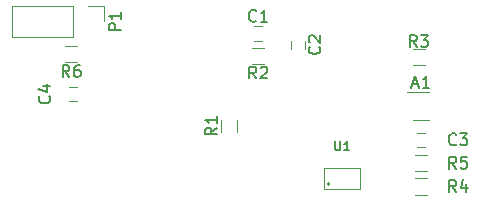
<source format=gbr>
G04 #@! TF.GenerationSoftware,KiCad,Pcbnew,(2017-06-12 revision 19d5cc754)-master*
G04 #@! TF.CreationDate,2018-06-07T02:45:10+02:00*
G04 #@! TF.ProjectId,nestbox,6E657374626F782E6B696361645F7063,rev?*
G04 #@! TF.FileFunction,Legend,Top*
G04 #@! TF.FilePolarity,Positive*
%FSLAX46Y46*%
G04 Gerber Fmt 4.6, Leading zero omitted, Abs format (unit mm)*
G04 Created by KiCad (PCBNEW (2017-06-12 revision 19d5cc754)-master) date 2018 June 07, Thursday 02:45:10*
%MOMM*%
%LPD*%
G01*
G04 APERTURE LIST*
%ADD10C,0.100000*%
%ADD11C,0.120000*%
%ADD12C,0.200000*%
%ADD13C,0.150000*%
%ADD14C,0.050000*%
G04 APERTURE END LIST*
D10*
D11*
X173801000Y-98840000D02*
X171901000Y-98840000D01*
X172401000Y-101160000D02*
X173801000Y-101160000D01*
X159671500Y-94453000D02*
X158971500Y-94453000D01*
X158971500Y-93253000D02*
X159671500Y-93253000D01*
X163287000Y-94455500D02*
X163287000Y-95155500D01*
X162087000Y-95155500D02*
X162087000Y-94455500D01*
X173451000Y-103470000D02*
X172751000Y-103470000D01*
X172751000Y-102270000D02*
X173451000Y-102270000D01*
X143987000Y-99596500D02*
X143287000Y-99596500D01*
X143287000Y-98396500D02*
X143987000Y-98396500D01*
X157525000Y-101163500D02*
X157525000Y-102163500D01*
X156165000Y-102163500D02*
X156165000Y-101163500D01*
X158821500Y-95078000D02*
X159821500Y-95078000D01*
X159821500Y-96438000D02*
X158821500Y-96438000D01*
X173410500Y-96565000D02*
X172410500Y-96565000D01*
X172410500Y-95205000D02*
X173410500Y-95205000D01*
X173601000Y-107490000D02*
X172601000Y-107490000D01*
X172601000Y-106130000D02*
X173601000Y-106130000D01*
X172601000Y-104160000D02*
X173601000Y-104160000D01*
X173601000Y-105520000D02*
X172601000Y-105520000D01*
X143010000Y-94951000D02*
X144010000Y-94951000D01*
X144010000Y-96311000D02*
X143010000Y-96311000D01*
X167963500Y-106988500D02*
X164903500Y-106988500D01*
X164903500Y-106988500D02*
X164903500Y-105228500D01*
X164903500Y-105228500D02*
X167963500Y-105228500D01*
X164903500Y-106983500D02*
X164903500Y-105233500D01*
X167963500Y-106983500D02*
X167963500Y-105233500D01*
X167963500Y-106988500D02*
X167963500Y-105228500D01*
D12*
X165383500Y-106578500D02*
G75*
G03X165383500Y-106578500I-100000J0D01*
G01*
D11*
X138497000Y-91507000D02*
X138497000Y-94167000D01*
X143637000Y-91507000D02*
X138497000Y-91507000D01*
X143637000Y-94167000D02*
X138497000Y-94167000D01*
X143637000Y-91507000D02*
X143637000Y-94167000D01*
X144907000Y-91507000D02*
X146237000Y-91507000D01*
X146237000Y-91507000D02*
X146237000Y-92837000D01*
D13*
X172386714Y-98166666D02*
X172862904Y-98166666D01*
X172291476Y-98452380D02*
X172624809Y-97452380D01*
X172958142Y-98452380D01*
X173815285Y-98452380D02*
X173243857Y-98452380D01*
X173529571Y-98452380D02*
X173529571Y-97452380D01*
X173434333Y-97595238D01*
X173339095Y-97690476D01*
X173243857Y-97738095D01*
X159154833Y-92760142D02*
X159107214Y-92807761D01*
X158964357Y-92855380D01*
X158869119Y-92855380D01*
X158726261Y-92807761D01*
X158631023Y-92712523D01*
X158583404Y-92617285D01*
X158535785Y-92426809D01*
X158535785Y-92283952D01*
X158583404Y-92093476D01*
X158631023Y-91998238D01*
X158726261Y-91903000D01*
X158869119Y-91855380D01*
X158964357Y-91855380D01*
X159107214Y-91903000D01*
X159154833Y-91950619D01*
X160107214Y-92855380D02*
X159535785Y-92855380D01*
X159821500Y-92855380D02*
X159821500Y-91855380D01*
X159726261Y-91998238D01*
X159631023Y-92093476D01*
X159535785Y-92141095D01*
X164494142Y-94972166D02*
X164541761Y-95019785D01*
X164589380Y-95162642D01*
X164589380Y-95257880D01*
X164541761Y-95400738D01*
X164446523Y-95495976D01*
X164351285Y-95543595D01*
X164160809Y-95591214D01*
X164017952Y-95591214D01*
X163827476Y-95543595D01*
X163732238Y-95495976D01*
X163637000Y-95400738D01*
X163589380Y-95257880D01*
X163589380Y-95162642D01*
X163637000Y-95019785D01*
X163684619Y-94972166D01*
X163684619Y-94591214D02*
X163637000Y-94543595D01*
X163589380Y-94448357D01*
X163589380Y-94210261D01*
X163637000Y-94115023D01*
X163684619Y-94067404D01*
X163779857Y-94019785D01*
X163875095Y-94019785D01*
X164017952Y-94067404D01*
X164589380Y-94638833D01*
X164589380Y-94019785D01*
X176084333Y-103227142D02*
X176036714Y-103274761D01*
X175893857Y-103322380D01*
X175798619Y-103322380D01*
X175655761Y-103274761D01*
X175560523Y-103179523D01*
X175512904Y-103084285D01*
X175465285Y-102893809D01*
X175465285Y-102750952D01*
X175512904Y-102560476D01*
X175560523Y-102465238D01*
X175655761Y-102370000D01*
X175798619Y-102322380D01*
X175893857Y-102322380D01*
X176036714Y-102370000D01*
X176084333Y-102417619D01*
X176417666Y-102322380D02*
X177036714Y-102322380D01*
X176703380Y-102703333D01*
X176846238Y-102703333D01*
X176941476Y-102750952D01*
X176989095Y-102798571D01*
X177036714Y-102893809D01*
X177036714Y-103131904D01*
X176989095Y-103227142D01*
X176941476Y-103274761D01*
X176846238Y-103322380D01*
X176560523Y-103322380D01*
X176465285Y-103274761D01*
X176417666Y-103227142D01*
X141644142Y-99163166D02*
X141691761Y-99210785D01*
X141739380Y-99353642D01*
X141739380Y-99448880D01*
X141691761Y-99591738D01*
X141596523Y-99686976D01*
X141501285Y-99734595D01*
X141310809Y-99782214D01*
X141167952Y-99782214D01*
X140977476Y-99734595D01*
X140882238Y-99686976D01*
X140787000Y-99591738D01*
X140739380Y-99448880D01*
X140739380Y-99353642D01*
X140787000Y-99210785D01*
X140834619Y-99163166D01*
X141072714Y-98306023D02*
X141739380Y-98306023D01*
X140691761Y-98544119D02*
X141406047Y-98782214D01*
X141406047Y-98163166D01*
X155847380Y-101830166D02*
X155371190Y-102163500D01*
X155847380Y-102401595D02*
X154847380Y-102401595D01*
X154847380Y-102020642D01*
X154895000Y-101925404D01*
X154942619Y-101877785D01*
X155037857Y-101830166D01*
X155180714Y-101830166D01*
X155275952Y-101877785D01*
X155323571Y-101925404D01*
X155371190Y-102020642D01*
X155371190Y-102401595D01*
X155847380Y-100877785D02*
X155847380Y-101449214D01*
X155847380Y-101163500D02*
X154847380Y-101163500D01*
X154990238Y-101258738D01*
X155085476Y-101353976D01*
X155133095Y-101449214D01*
X159154833Y-97660380D02*
X158821500Y-97184190D01*
X158583404Y-97660380D02*
X158583404Y-96660380D01*
X158964357Y-96660380D01*
X159059595Y-96708000D01*
X159107214Y-96755619D01*
X159154833Y-96850857D01*
X159154833Y-96993714D01*
X159107214Y-97088952D01*
X159059595Y-97136571D01*
X158964357Y-97184190D01*
X158583404Y-97184190D01*
X159535785Y-96755619D02*
X159583404Y-96708000D01*
X159678642Y-96660380D01*
X159916738Y-96660380D01*
X160011976Y-96708000D01*
X160059595Y-96755619D01*
X160107214Y-96850857D01*
X160107214Y-96946095D01*
X160059595Y-97088952D01*
X159488166Y-97660380D01*
X160107214Y-97660380D01*
X172743833Y-94987380D02*
X172410500Y-94511190D01*
X172172404Y-94987380D02*
X172172404Y-93987380D01*
X172553357Y-93987380D01*
X172648595Y-94035000D01*
X172696214Y-94082619D01*
X172743833Y-94177857D01*
X172743833Y-94320714D01*
X172696214Y-94415952D01*
X172648595Y-94463571D01*
X172553357Y-94511190D01*
X172172404Y-94511190D01*
X173077166Y-93987380D02*
X173696214Y-93987380D01*
X173362880Y-94368333D01*
X173505738Y-94368333D01*
X173600976Y-94415952D01*
X173648595Y-94463571D01*
X173696214Y-94558809D01*
X173696214Y-94796904D01*
X173648595Y-94892142D01*
X173600976Y-94939761D01*
X173505738Y-94987380D01*
X173220023Y-94987380D01*
X173124785Y-94939761D01*
X173077166Y-94892142D01*
X176084333Y-107262380D02*
X175751000Y-106786190D01*
X175512904Y-107262380D02*
X175512904Y-106262380D01*
X175893857Y-106262380D01*
X175989095Y-106310000D01*
X176036714Y-106357619D01*
X176084333Y-106452857D01*
X176084333Y-106595714D01*
X176036714Y-106690952D01*
X175989095Y-106738571D01*
X175893857Y-106786190D01*
X175512904Y-106786190D01*
X176941476Y-106595714D02*
X176941476Y-107262380D01*
X176703380Y-106214761D02*
X176465285Y-106929047D01*
X177084333Y-106929047D01*
X176084333Y-105292380D02*
X175751000Y-104816190D01*
X175512904Y-105292380D02*
X175512904Y-104292380D01*
X175893857Y-104292380D01*
X175989095Y-104340000D01*
X176036714Y-104387619D01*
X176084333Y-104482857D01*
X176084333Y-104625714D01*
X176036714Y-104720952D01*
X175989095Y-104768571D01*
X175893857Y-104816190D01*
X175512904Y-104816190D01*
X176989095Y-104292380D02*
X176512904Y-104292380D01*
X176465285Y-104768571D01*
X176512904Y-104720952D01*
X176608142Y-104673333D01*
X176846238Y-104673333D01*
X176941476Y-104720952D01*
X176989095Y-104768571D01*
X177036714Y-104863809D01*
X177036714Y-105101904D01*
X176989095Y-105197142D01*
X176941476Y-105244761D01*
X176846238Y-105292380D01*
X176608142Y-105292380D01*
X176512904Y-105244761D01*
X176465285Y-105197142D01*
X143343333Y-97533380D02*
X143010000Y-97057190D01*
X142771904Y-97533380D02*
X142771904Y-96533380D01*
X143152857Y-96533380D01*
X143248095Y-96581000D01*
X143295714Y-96628619D01*
X143343333Y-96723857D01*
X143343333Y-96866714D01*
X143295714Y-96961952D01*
X143248095Y-97009571D01*
X143152857Y-97057190D01*
X142771904Y-97057190D01*
X144200476Y-96533380D02*
X144010000Y-96533380D01*
X143914761Y-96581000D01*
X143867142Y-96628619D01*
X143771904Y-96771476D01*
X143724285Y-96961952D01*
X143724285Y-97342904D01*
X143771904Y-97438142D01*
X143819523Y-97485761D01*
X143914761Y-97533380D01*
X144105238Y-97533380D01*
X144200476Y-97485761D01*
X144248095Y-97438142D01*
X144295714Y-97342904D01*
X144295714Y-97104809D01*
X144248095Y-97009571D01*
X144200476Y-96961952D01*
X144105238Y-96914333D01*
X143914761Y-96914333D01*
X143819523Y-96961952D01*
X143771904Y-97009571D01*
X143724285Y-97104809D01*
X165862071Y-102997785D02*
X165862071Y-103604928D01*
X165897785Y-103676357D01*
X165933500Y-103712071D01*
X166004928Y-103747785D01*
X166147785Y-103747785D01*
X166219214Y-103712071D01*
X166254928Y-103676357D01*
X166290642Y-103604928D01*
X166290642Y-102997785D01*
X167040642Y-103747785D02*
X166612071Y-103747785D01*
X166826357Y-103747785D02*
X166826357Y-102997785D01*
X166754928Y-103104928D01*
X166683500Y-103176357D01*
X166612071Y-103212071D01*
D14*
D13*
X147689380Y-93575095D02*
X146689380Y-93575095D01*
X146689380Y-93194142D01*
X146737000Y-93098904D01*
X146784619Y-93051285D01*
X146879857Y-93003666D01*
X147022714Y-93003666D01*
X147117952Y-93051285D01*
X147165571Y-93098904D01*
X147213190Y-93194142D01*
X147213190Y-93575095D01*
X147689380Y-92051285D02*
X147689380Y-92622714D01*
X147689380Y-92337000D02*
X146689380Y-92337000D01*
X146832238Y-92432238D01*
X146927476Y-92527476D01*
X146975095Y-92622714D01*
M02*

</source>
